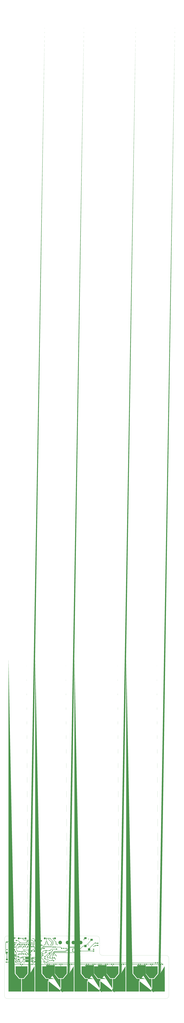
<source format=gbr>
%TF.GenerationSoftware,KiCad,Pcbnew,(6.0.7)*%
%TF.CreationDate,2023-07-28T14:32:25-04:00*%
%TF.ProjectId,Stylophone,5374796c-6f70-4686-9f6e-652e6b696361,rev?*%
%TF.SameCoordinates,Original*%
%TF.FileFunction,Copper,L1,Top*%
%TF.FilePolarity,Positive*%
%FSLAX46Y46*%
G04 Gerber Fmt 4.6, Leading zero omitted, Abs format (unit mm)*
G04 Created by KiCad (PCBNEW (6.0.7)) date 2023-07-28 14:32:25*
%MOMM*%
%LPD*%
G01*
G04 APERTURE LIST*
G04 Aperture macros list*
%AMRoundRect*
0 Rectangle with rounded corners*
0 $1 Rounding radius*
0 $2 $3 $4 $5 $6 $7 $8 $9 X,Y pos of 4 corners*
0 Add a 4 corners polygon primitive as box body*
4,1,4,$2,$3,$4,$5,$6,$7,$8,$9,$2,$3,0*
0 Add four circle primitives for the rounded corners*
1,1,$1+$1,$2,$3*
1,1,$1+$1,$4,$5*
1,1,$1+$1,$6,$7*
1,1,$1+$1,$8,$9*
0 Add four rect primitives between the rounded corners*
20,1,$1+$1,$2,$3,$4,$5,0*
20,1,$1+$1,$4,$5,$6,$7,0*
20,1,$1+$1,$6,$7,$8,$9,0*
20,1,$1+$1,$8,$9,$2,$3,0*%
%AMFreePoly0*
4,1,45,2.512662,7.087767,2.516726,7.088432,2.520033,7.086467,2.530782,7.084572,2.549099,7.069202,2.569656,7.056991,7.069656,1.556992,7.084947,1.529730,7.084757,1.514405,7.090000,1.500000,7.090000,-7.000000,7.087939,-7.011690,7.088633,-7.015628,7.086634,-7.019091,7.084572,-7.030782,7.069543,-7.048693,7.057851,-7.068944,7.050220,-7.071722,7.045000,-7.077942,7.021973,-7.082003,
7.000000,-7.090000,-7.000000,-7.090000,-7.011690,-7.087939,-7.015628,-7.088633,-7.019091,-7.086634,-7.030782,-7.084572,-7.048693,-7.069543,-7.068944,-7.057851,-7.071722,-7.050220,-7.077942,-7.045000,-7.082003,-7.021973,-7.090000,-7.000000,-7.090000,1.500000,-7.084572,1.530782,-7.074719,1.542524,-7.069656,1.556991,-2.569656,7.056991,-2.559911,7.065376,-2.557851,7.068944,-2.554235,7.070260,
-2.545963,7.077378,-2.522471,7.081821,-2.500000,7.090000,2.500000,7.090000,2.512662,7.087767,2.512662,7.087767,$1*%
%AMFreePoly1*
4,1,58,7.511690,15.087939,7.515628,15.088633,7.519091,15.086634,7.530782,15.084572,7.548693,15.069543,7.568944,15.057851,7.571722,15.050220,7.577942,15.045000,7.582003,15.021973,7.590000,15.000000,7.590000,-15.000000,7.587939,-15.011690,7.588633,-15.015628,7.586634,-15.019091,7.584572,-15.030782,7.569543,-15.048693,7.557851,-15.068944,7.550220,-15.071722,7.545000,-15.077942,7.521973,-15.082003,
7.500000,-15.090000,-7.500000,-15.090000,-7.511690,-15.087939,-7.515628,-15.088633,-7.519091,-15.086634,-7.530782,-15.084572,-7.548693,-15.069543,-7.568944,-15.057851,-7.571722,-15.050220,-7.577942,-15.045000,-7.582003,-15.021973,-7.590000,-15.000000,-7.590000,0.000000,-7.587939,0.011690,-7.588633,0.015628,-7.586634,0.019091,-7.584572,0.030782,-7.569543,0.048693,-7.557851,0.068944,-7.550220,0.071722,
-7.545000,0.077942,-7.521973,0.082003,-7.500000,0.090000,-5.042154,0.090000,-0.090000,6.032585,-0.090000,15.000000,-0.087939,15.011690,-0.088633,15.015628,-0.086634,15.019091,-0.084572,15.030782,-0.069543,15.048693,-0.057851,15.068944,-0.050220,15.071722,-0.045000,15.077942,-0.021973,15.082003,0.000000,15.090000,7.500000,15.090000,7.511690,15.087939,7.511690,15.087939,$1*%
%AMFreePoly2*
4,1,59,0.015347,6.087033,0.020445,6.087647,0.042347,6.073353,0.065682,6.061530,0.067700,6.056807,0.072000,6.054000,4.545000,0.090000,7.000000,0.090000,7.011690,0.087939,7.015628,0.088633,7.019091,0.086634,7.030782,0.084572,7.048693,0.069543,7.068944,0.057851,7.071722,0.050220,7.077942,0.045000,7.082003,0.021973,7.090000,0.000000,7.090000,-15.000000,7.087939,-15.011690,
7.088633,-15.015628,7.086634,-15.019091,7.084572,-15.030782,7.069543,-15.048693,7.057851,-15.068944,7.050220,-15.071722,7.045000,-15.077942,7.021973,-15.082003,7.000000,-15.090000,-7.000000,-15.090000,-7.011690,-15.087939,-7.015628,-15.088633,-7.019091,-15.086634,-7.030782,-15.084572,-7.048693,-15.069543,-7.068944,-15.057851,-7.071722,-15.050220,-7.077942,-15.045000,-7.082003,-15.021973,-7.090000,-15.000000,
-7.090000,0.000000,-7.087939,0.011690,-7.088633,0.015628,-7.086634,0.019091,-7.084572,0.030782,-7.069543,0.048693,-7.057851,0.068944,-7.050220,0.071722,-7.045000,0.077942,-7.021973,0.082003,-7.000000,0.090000,-4.545000,0.090000,-0.072000,6.054000,-0.049188,6.075369,-0.044188,6.076535,-0.040677,6.080283,-0.014710,6.083411,0.010765,6.089354,0.015347,6.087033,0.015347,6.087033,
$1*%
%AMFreePoly3*
4,1,58,0.011690,15.087939,0.015628,15.088633,0.019091,15.086634,0.030782,15.084572,0.048693,15.069543,0.068944,15.057851,0.071722,15.050220,0.077942,15.045000,0.082003,15.021973,0.090000,15.000000,0.090000,6.032585,5.042153,0.090000,7.500000,0.090000,7.511690,0.087939,7.515628,0.088633,7.519091,0.086634,7.530782,0.084572,7.548693,0.069543,7.568944,0.057851,7.571722,0.050220,
7.577942,0.045000,7.582003,0.021973,7.590000,0.000000,7.590000,-15.000000,7.587939,-15.011690,7.588633,-15.015628,7.586634,-15.019091,7.584572,-15.030782,7.569543,-15.048693,7.557851,-15.068944,7.550220,-15.071722,7.545000,-15.077942,7.521973,-15.082003,7.500000,-15.090000,-7.500000,-15.090000,-7.511690,-15.087939,-7.515628,-15.088633,-7.519091,-15.086634,-7.530782,-15.084572,-7.548693,-15.069543,
-7.568944,-15.057851,-7.571722,-15.050220,-7.577942,-15.045000,-7.582003,-15.021973,-7.590000,-15.000000,-7.590000,15.000000,-7.587939,15.011690,-7.588633,15.015628,-7.586634,15.019091,-7.584572,15.030782,-7.569543,15.048693,-7.557851,15.068944,-7.550220,15.071722,-7.545000,15.077942,-7.521973,15.082003,-7.500000,15.090000,0.000000,15.090000,0.011690,15.087939,0.011690,15.087939,$1*%
%AMFreePoly4*
4,1,6,1.000000,0.000000,0.500000,-0.750000,-0.500000,-0.750000,-0.500000,0.750000,0.500000,0.750000,1.000000,0.000000,1.000000,0.000000,$1*%
%AMFreePoly5*
4,1,6,0.500000,-0.750000,-0.650000,-0.750000,-0.150000,0.000000,-0.650000,0.750000,0.500000,0.750000,0.500000,-0.750000,0.500000,-0.750000,$1*%
G04 Aperture macros list end*
%TA.AperFunction,Profile*%
%ADD10C,0.100000*%
%TD*%
%TA.AperFunction,SMDPad,CuDef*%
%ADD11RoundRect,0.250000X0.350000X0.450000X-0.350000X0.450000X-0.350000X-0.450000X0.350000X-0.450000X0*%
%TD*%
%TA.AperFunction,SMDPad,CuDef*%
%ADD12RoundRect,0.250000X0.750000X-0.250000X0.750000X0.250000X-0.750000X0.250000X-0.750000X-0.250000X0*%
%TD*%
%TA.AperFunction,SMDPad,CuDef*%
%ADD13FreePoly0,180.000000*%
%TD*%
%TA.AperFunction,SMDPad,CuDef*%
%ADD14FreePoly1,0.000000*%
%TD*%
%TA.AperFunction,SMDPad,CuDef*%
%ADD15RoundRect,0.250000X0.450000X-0.350000X0.450000X0.350000X-0.450000X0.350000X-0.450000X-0.350000X0*%
%TD*%
%TA.AperFunction,ComponentPad*%
%ADD16C,2.250000*%
%TD*%
%TA.AperFunction,ComponentPad*%
%ADD17C,1.300000*%
%TD*%
%TA.AperFunction,SMDPad,CuDef*%
%ADD18C,1.500000*%
%TD*%
%TA.AperFunction,SMDPad,CuDef*%
%ADD19RoundRect,0.250000X-0.350000X-0.450000X0.350000X-0.450000X0.350000X0.450000X-0.350000X0.450000X0*%
%TD*%
%TA.AperFunction,SMDPad,CuDef*%
%ADD20RoundRect,0.250000X-0.412500X-0.650000X0.412500X-0.650000X0.412500X0.650000X-0.412500X0.650000X0*%
%TD*%
%TA.AperFunction,SMDPad,CuDef*%
%ADD21RoundRect,0.150000X0.150000X-0.587500X0.150000X0.587500X-0.150000X0.587500X-0.150000X-0.587500X0*%
%TD*%
%TA.AperFunction,SMDPad,CuDef*%
%ADD22RoundRect,0.237500X0.237500X-0.287500X0.237500X0.287500X-0.237500X0.287500X-0.237500X-0.287500X0*%
%TD*%
%TA.AperFunction,SMDPad,CuDef*%
%ADD23RoundRect,0.250000X0.250000X0.750000X-0.250000X0.750000X-0.250000X-0.750000X0.250000X-0.750000X0*%
%TD*%
%TA.AperFunction,ComponentPad*%
%ADD24C,0.850000*%
%TD*%
%TA.AperFunction,SMDPad,CuDef*%
%ADD25R,2.800000X2.600000*%
%TD*%
%TA.AperFunction,SMDPad,CuDef*%
%ADD26R,2.800000X2.200000*%
%TD*%
%TA.AperFunction,SMDPad,CuDef*%
%ADD27R,2.800000X2.800000*%
%TD*%
%TA.AperFunction,SMDPad,CuDef*%
%ADD28RoundRect,0.237500X-0.237500X0.300000X-0.237500X-0.300000X0.237500X-0.300000X0.237500X0.300000X0*%
%TD*%
%TA.AperFunction,SMDPad,CuDef*%
%ADD29RoundRect,0.150000X-0.587500X-0.150000X0.587500X-0.150000X0.587500X0.150000X-0.587500X0.150000X0*%
%TD*%
%TA.AperFunction,SMDPad,CuDef*%
%ADD30FreePoly2,0.000000*%
%TD*%
%TA.AperFunction,SMDPad,CuDef*%
%ADD31RoundRect,0.250000X0.650000X-0.412500X0.650000X0.412500X-0.650000X0.412500X-0.650000X-0.412500X0*%
%TD*%
%TA.AperFunction,ComponentPad*%
%ADD32C,1.500000*%
%TD*%
%TA.AperFunction,ComponentPad*%
%ADD33C,4.260000*%
%TD*%
%TA.AperFunction,SMDPad,CuDef*%
%ADD34RoundRect,0.250000X-0.650000X0.412500X-0.650000X-0.412500X0.650000X-0.412500X0.650000X0.412500X0*%
%TD*%
%TA.AperFunction,SMDPad,CuDef*%
%ADD35R,0.900000X1.200000*%
%TD*%
%TA.AperFunction,SMDPad,CuDef*%
%ADD36RoundRect,0.250000X-0.337500X-0.475000X0.337500X-0.475000X0.337500X0.475000X-0.337500X0.475000X0*%
%TD*%
%TA.AperFunction,SMDPad,CuDef*%
%ADD37R,0.650000X2.000000*%
%TD*%
%TA.AperFunction,SMDPad,CuDef*%
%ADD38RoundRect,0.237500X-0.300000X-0.237500X0.300000X-0.237500X0.300000X0.237500X-0.300000X0.237500X0*%
%TD*%
%TA.AperFunction,SMDPad,CuDef*%
%ADD39FreePoly3,0.000000*%
%TD*%
%TA.AperFunction,ComponentPad*%
%ADD40R,1.500000X1.500000*%
%TD*%
%TA.AperFunction,ComponentPad*%
%ADD41R,1.500000X1.050000*%
%TD*%
%TA.AperFunction,ComponentPad*%
%ADD42O,1.500000X1.050000*%
%TD*%
%TA.AperFunction,SMDPad,CuDef*%
%ADD43R,5.100000X2.400000*%
%TD*%
%TA.AperFunction,SMDPad,CuDef*%
%ADD44RoundRect,0.250000X-1.500000X-0.550000X1.500000X-0.550000X1.500000X0.550000X-1.500000X0.550000X0*%
%TD*%
%TA.AperFunction,SMDPad,CuDef*%
%ADD45R,1.200000X0.900000*%
%TD*%
%TA.AperFunction,ComponentPad*%
%ADD46RoundRect,0.250000X0.625000X-0.350000X0.625000X0.350000X-0.625000X0.350000X-0.625000X-0.350000X0*%
%TD*%
%TA.AperFunction,ComponentPad*%
%ADD47O,1.750000X1.200000*%
%TD*%
%TA.AperFunction,SMDPad,CuDef*%
%ADD48RoundRect,0.250000X-0.450000X0.350000X-0.450000X-0.350000X0.450000X-0.350000X0.450000X0.350000X0*%
%TD*%
%TA.AperFunction,SMDPad,CuDef*%
%ADD49RoundRect,0.237500X-0.237500X0.287500X-0.237500X-0.287500X0.237500X-0.287500X0.237500X0.287500X0*%
%TD*%
%TA.AperFunction,SMDPad,CuDef*%
%ADD50RoundRect,0.250000X-0.750000X0.250000X-0.750000X-0.250000X0.750000X-0.250000X0.750000X0.250000X0*%
%TD*%
%TA.AperFunction,SMDPad,CuDef*%
%ADD51RoundRect,0.237500X0.237500X-0.300000X0.237500X0.300000X-0.237500X0.300000X-0.237500X-0.300000X0*%
%TD*%
%TA.AperFunction,SMDPad,CuDef*%
%ADD52FreePoly4,270.000000*%
%TD*%
%TA.AperFunction,SMDPad,CuDef*%
%ADD53FreePoly5,270.000000*%
%TD*%
%TA.AperFunction,SMDPad,CuDef*%
%ADD54RoundRect,0.070000X-0.530000X0.280000X-0.530000X-0.280000X0.530000X-0.280000X0.530000X0.280000X0*%
%TD*%
%TA.AperFunction,SMDPad,CuDef*%
%ADD55RoundRect,0.076000X-0.524000X0.304000X-0.524000X-0.304000X0.524000X-0.304000X0.524000X0.304000X0*%
%TD*%
%TA.AperFunction,SMDPad,CuDef*%
%ADD56RoundRect,0.080000X-0.520000X0.320000X-0.520000X-0.320000X0.520000X-0.320000X0.520000X0.320000X0*%
%TD*%
%TA.AperFunction,ComponentPad*%
%ADD57O,1.700000X1.100000*%
%TD*%
%TA.AperFunction,ViaPad*%
%ADD58C,0.800000*%
%TD*%
%TA.AperFunction,Conductor*%
%ADD59C,0.400000*%
%TD*%
%TA.AperFunction,Conductor*%
%ADD60C,0.250000*%
%TD*%
G04 APERTURE END LIST*
D10*
X26000000Y-85500000D02*
X132974874Y-85500000D01*
X26000000Y-85500000D02*
G75*
G03*
X22500000Y-89000000I0J-3500000D01*
G01*
X216000000Y-160480000D02*
X26000000Y-160500000D01*
X216000000Y-108720000D02*
X139974874Y-108740000D01*
X216000000Y-160480000D02*
G75*
G03*
X219500000Y-156980000I0J3500000D01*
G01*
X136474900Y-105240000D02*
G75*
G03*
X139974874Y-108740000I3500000J0D01*
G01*
X22500000Y-157000000D02*
G75*
G03*
X26000000Y-160500000I3500000J0D01*
G01*
X136474874Y-89000000D02*
X136474874Y-105240000D01*
X219500000Y-112220000D02*
G75*
G03*
X216000000Y-108720000I-3500000J0D01*
G01*
X22500000Y-89000000D02*
X22500000Y-157000000D01*
X136474900Y-89000000D02*
G75*
G03*
X132974874Y-85500000I-3500000J0D01*
G01*
X219500000Y-156980000D02*
X219500000Y-112220000D01*
D11*
%TO.P,RPD1,2*%
%TO.N,GND*%
X34000000Y-116500000D03*
%TO.P,RPD1,1*%
%TO.N,VDD*%
X36000000Y-116500000D03*
%TD*%
D12*
%TO.P,J25,1,Pin_1*%
%TO.N,Net-(DFB1-Pad1)*%
X134124874Y-94250000D03*
%TD*%
D13*
%TO.P,J9,1,Pin_1*%
%TO.N,Net-(J9-Pad1)*%
X75000000Y-129000000D03*
%TD*%
D14*
%TO.P,J12,1,Pin_1*%
%TO.N,Net-(J12-Pad1)*%
X98000000Y-137000000D03*
%TD*%
D15*
%TO.P,RP1,1*%
%TO.N,+5V*%
X68500000Y-108750000D03*
%TO.P,RP1,2*%
%TO.N,VIB_SIG*%
X68500000Y-106750000D03*
%TD*%
D16*
%TO.P,SW2,5*%
%TO.N,N/C*%
X39650000Y-88396360D03*
%TO.P,SW2,4*%
X47850000Y-88396360D03*
D17*
%TO.P,SW2,3,C*%
%TO.N,GND*%
X41750000Y-88396360D03*
%TO.P,SW2,2,B*%
%TO.N,Net-(COS3-Pad2)*%
X43750000Y-88396360D03*
%TO.P,SW2,1,A*%
%TO.N,unconnected-(SW2-Pad1)*%
X45750000Y-88396360D03*
%TD*%
D18*
%TO.P,TPOS2,1,1*%
%TO.N,Net-(CMX1-Pad1)*%
X60000000Y-96500000D03*
%TD*%
D11*
%TO.P,RL2,1*%
%TO.N,Net-(RL1-Pad2)*%
X212000000Y-119500000D03*
%TO.P,RL2,2*%
%TO.N,Net-(J15-Pad1)*%
X210000000Y-119500000D03*
%TD*%
%TO.P,RL3,1*%
%TO.N,Net-(J15-Pad1)*%
X199845000Y-119500000D03*
%TO.P,RL3,2*%
%TO.N,Net-(J16-Pad1)*%
X197845000Y-119500000D03*
%TD*%
D19*
%TO.P,RL1,1*%
%TO.N,RESISTOR_MODULE*%
X203750000Y-117750000D03*
%TO.P,RL1,2*%
%TO.N,Net-(RL1-Pad2)*%
X205750000Y-117750000D03*
%TD*%
D20*
%TO.P,CMX1,1*%
%TO.N,Net-(CMX1-Pad1)*%
X55157500Y-103550000D03*
%TO.P,CMX1,2*%
%TO.N,Net-(CMX1-Pad2)*%
X58282500Y-103550000D03*
%TD*%
D19*
%TO.P,RL18,1*%
%TO.N,Net-(J8-Pad1)*%
X62500000Y-119500000D03*
%TO.P,RL18,2*%
%TO.N,Net-(J9-Pad1)*%
X64500000Y-119500000D03*
%TD*%
D21*
%TO.P,Q4,1,B*%
%TO.N,Net-(COS3-Pad2)*%
X54550000Y-95737500D03*
%TO.P,Q4,2,E*%
%TO.N,Net-(Q4-Pad2)*%
X56450000Y-95737500D03*
%TO.P,Q4,3,C*%
%TO.N,Net-(COS1-Pad1)*%
X55500000Y-93862500D03*
%TD*%
D11*
%TO.P,RL10,1*%
%TO.N,Net-(J22-Pad1)*%
X138000000Y-119500000D03*
%TO.P,RL10,2*%
%TO.N,Net-(J23-Pad1)*%
X136000000Y-119500000D03*
%TD*%
D22*
%TO.P,LED2,1,K*%
%TO.N,GND*%
X31750000Y-106415000D03*
%TO.P,LED2,2,A*%
%TO.N,Net-(LED2-Pad2)*%
X31750000Y-104665000D03*
%TD*%
D14*
%TO.P,J20,1,Pin_1*%
%TO.N,Net-(J20-Pad1)*%
X160000000Y-137000000D03*
%TD*%
D23*
%TO.P,J3,1,Pin_1*%
%TO.N,GND*%
X34270000Y-88000000D03*
%TD*%
D21*
%TO.P,Q3,1,G*%
%TO.N,Net-(Q3-Pad1)*%
X81300000Y-108187500D03*
%TO.P,Q3,2,S*%
%TO.N,+5V*%
X83200000Y-108187500D03*
%TO.P,Q3,3,D*%
%TO.N,Net-(J28-Pad2)*%
X82250000Y-106312500D03*
%TD*%
D19*
%TO.P,RL12,1*%
%TO.N,Net-(J14-Pad1)*%
X121095000Y-119500000D03*
%TO.P,RL12,2*%
%TO.N,Net-(J24-Pad1)*%
X123095000Y-119500000D03*
%TD*%
D11*
%TO.P,RL5,1*%
%TO.N,Net-(J17-Pad1)*%
X185250000Y-119500000D03*
%TO.P,RL5,2*%
%TO.N,Net-(J18-Pad1)*%
X183250000Y-119500000D03*
%TD*%
D19*
%TO.P,RPG1,1*%
%TO.N,Net-(RPG1-Pad1)*%
X38000000Y-115750000D03*
%TO.P,RPG1,2*%
%TO.N,GND*%
X40000000Y-115750000D03*
%TD*%
D21*
%TO.P,Q5,1,B*%
%TO.N,Net-(COS5-Pad2)*%
X44800000Y-104237500D03*
%TO.P,Q5,2,E*%
%TO.N,Net-(Q5-Pad2)*%
X46700000Y-104237500D03*
%TO.P,Q5,3,C*%
%TO.N,Net-(CMX1-Pad1)*%
X45750000Y-102362500D03*
%TD*%
D19*
%TO.P,RL14,1*%
%TO.N,Net-(J12-Pad1)*%
X101000000Y-119500000D03*
%TO.P,RL14,2*%
%TO.N,Net-(J13-Pad1)*%
X103000000Y-119500000D03*
%TD*%
D18*
%TO.P,TPCAP1,1,1*%
%TO.N,RESISTOR_MODULE*%
X66750000Y-96500000D03*
%TD*%
%TO.P,TPVO3,1,1*%
%TO.N,Net-(Q3-Pad1)*%
X100000000Y-103000000D03*
%TD*%
D24*
%TO.P,J28,MH2*%
%TO.N,N/C*%
X123250000Y-96250000D03*
%TO.P,J28,MH1*%
X123250000Y-89250000D03*
D25*
%TO.P,J28,10,SW*%
%TO.N,Net-(DFB1-Pad1)*%
X124000000Y-101550000D03*
D26*
%TO.P,J28,3*%
%TO.N,Net-(J28-Pad2)*%
X126950000Y-90050000D03*
D27*
%TO.P,J28,2*%
X119550000Y-97550000D03*
D26*
%TO.P,J28,1*%
%TO.N,GND*%
X119550000Y-88150000D03*
%TD*%
D13*
%TO.P,J21,1,Pin_1*%
%TO.N,Net-(J21-Pad1)*%
X152000000Y-129000000D03*
%TD*%
%TO.P,J6,1,Pin_1*%
%TO.N,Net-(J6-Pad1)*%
X43000000Y-129000000D03*
%TD*%
D28*
%TO.P,CA1,1*%
%TO.N,Net-(CA1-Pad1)*%
X77000000Y-109887500D03*
%TO.P,CA1,2*%
%TO.N,GND*%
X77000000Y-111612500D03*
%TD*%
D14*
%TO.P,J7,1,Pin_1*%
%TO.N,Net-(J7-Pad1)*%
X51000000Y-137000000D03*
%TD*%
D11*
%TO.P,RL4,1*%
%TO.N,Net-(J16-Pad1)*%
X192750000Y-119500000D03*
%TO.P,RL4,2*%
%TO.N,Net-(J17-Pad1)*%
X190750000Y-119500000D03*
%TD*%
D15*
%TO.P,RD1,1*%
%TO.N,GND*%
X72437500Y-105000000D03*
%TO.P,RD1,2*%
%TO.N,Net-(DAT1-Pad2)*%
X72437500Y-103000000D03*
%TD*%
D19*
%TO.P,RE3,1*%
%TO.N,Net-(Q5-Pad2)*%
X50750000Y-107050000D03*
%TO.P,RE3,2*%
%TO.N,GND*%
X52750000Y-107050000D03*
%TD*%
D29*
%TO.P,Q2,1,B*%
%TO.N,Net-(Q2-Pad1)*%
X74812500Y-114050000D03*
%TO.P,Q2,2,E*%
%TO.N,GND*%
X74812500Y-115950000D03*
%TO.P,Q2,3,C*%
%TO.N,Net-(Q2-Pad3)*%
X76687500Y-115000000D03*
%TD*%
D12*
%TO.P,J26,1,Pin_1*%
%TO.N,GND*%
X134124874Y-96750000D03*
%TD*%
D11*
%TO.P,RB4,1*%
%TO.N,Net-(COS5-Pad2)*%
X42250000Y-107050000D03*
%TO.P,RB4,2*%
%TO.N,GND*%
X40250000Y-107050000D03*
%TD*%
D30*
%TO.P,J17,1,Pin_1*%
%TO.N,Net-(J17-Pad1)*%
X191500000Y-136990000D03*
%TD*%
D11*
%TO.P,RB3,1*%
%TO.N,+5V*%
X47500000Y-107050000D03*
%TO.P,RB3,2*%
%TO.N,Net-(COS5-Pad2)*%
X45500000Y-107050000D03*
%TD*%
D28*
%TO.P,CA2,1*%
%TO.N,Net-(CA2-Pad1)*%
X74000000Y-109887500D03*
%TO.P,CA2,2*%
%TO.N,GND*%
X74000000Y-111612500D03*
%TD*%
D31*
%TO.P,CC4,1*%
%TO.N,Net-(CC4-Pad1)*%
X63400000Y-115062500D03*
%TO.P,CC4,2*%
%TO.N,GND*%
X63400000Y-111937500D03*
%TD*%
D11*
%TO.P,ROS1,1*%
%TO.N,Net-(COS1-Pad2)*%
X42300000Y-98330000D03*
%TO.P,ROS1,2*%
%TO.N,GND*%
X40300000Y-98330000D03*
%TD*%
D32*
%TO.P,VR1,1,CCW*%
%TO.N,Net-(RP2-Pad2)*%
X91250000Y-100375000D03*
%TO.P,VR1,2,WIPER*%
%TO.N,GND*%
X93750000Y-100375000D03*
%TO.P,VR1,3,CW*%
%TO.N,unconnected-(VR1-Pad3)*%
X96250000Y-100375000D03*
D33*
%TO.P,VR1,MH1,MH1*%
%TO.N,unconnected-(VR1-PadMH1)*%
X89350000Y-93375000D03*
%TO.P,VR1,MH2,MH2*%
%TO.N,unconnected-(VR1-PadMH2)*%
X98150000Y-93375000D03*
%TD*%
D34*
%TO.P,CC3,1*%
%TO.N,Net-(CC3-Pad1)*%
X39250000Y-110437500D03*
%TO.P,CC3,2*%
%TO.N,GND*%
X39250000Y-113562500D03*
%TD*%
D35*
%TO.P,DAT1,1,K*%
%TO.N,Net-(CA1-Pad1)*%
X80250000Y-103000000D03*
%TO.P,DAT1,2,A*%
%TO.N,Net-(DAT1-Pad2)*%
X76950000Y-103000000D03*
%TD*%
D28*
%TO.P,CMB1,1*%
%TO.N,Net-(CMB1-Pad1)*%
X79500000Y-93137500D03*
%TO.P,CMB1,2*%
%TO.N,GND*%
X79500000Y-94862500D03*
%TD*%
D30*
%TO.P,J24,1,Pin_1*%
%TO.N,Net-(J24-Pad1)*%
X129500000Y-137000000D03*
%TD*%
%TO.P,J22,1,Pin_1*%
%TO.N,Net-(J22-Pad1)*%
X144500000Y-137000000D03*
%TD*%
D11*
%TO.P,RL6,1*%
%TO.N,Net-(J18-Pad1)*%
X173500000Y-119500000D03*
%TO.P,RL6,2*%
%TO.N,Net-(J19-Pad1)*%
X171500000Y-119500000D03*
%TD*%
D15*
%TO.P,R1,1*%
%TO.N,Net-(J1-PadB5)*%
X35000000Y-95750000D03*
%TO.P,R1,2*%
%TO.N,GND*%
X35000000Y-93750000D03*
%TD*%
D11*
%TO.P,RL8,1*%
%TO.N,Net-(J20-Pad1)*%
X153095000Y-119500000D03*
%TO.P,RL8,2*%
%TO.N,Net-(J21-Pad1)*%
X151095000Y-119500000D03*
%TD*%
D13*
%TO.P,J16,1,Pin_1*%
%TO.N,Net-(J16-Pad1)*%
X199000000Y-129000000D03*
%TD*%
D36*
%TO.P,COS1,1*%
%TO.N,Net-(COS1-Pad1)*%
X38490693Y-95799856D03*
%TO.P,COS1,2*%
%TO.N,Net-(COS1-Pad2)*%
X40565693Y-95799856D03*
%TD*%
D37*
%TO.P,U1,1,STAT*%
%TO.N,Net-(RBS1-Pad2)*%
X36700000Y-108790000D03*
%TO.P,U1,2,VSS*%
%TO.N,GND*%
X35750000Y-108790000D03*
%TO.P,U1,3,VBAT*%
%TO.N,Net-(CC3-Pad1)*%
X34800000Y-108790000D03*
%TO.P,U1,4,VDD*%
%TO.N,VDD*%
X34800000Y-112210000D03*
%TO.P,U1,5,PROG*%
%TO.N,Net-(RPG1-Pad1)*%
X36700000Y-112210000D03*
%TD*%
D18*
%TO.P,TPVO1,1,1*%
%TO.N,Net-(DAT1-Pad2)*%
X85000000Y-101250000D03*
%TD*%
D28*
%TO.P,CC1,1*%
%TO.N,VDD*%
X32500000Y-112250000D03*
%TO.P,CC1,2*%
%TO.N,GND*%
X32500000Y-113975000D03*
%TD*%
D30*
%TO.P,J10,1,Pin_1*%
%TO.N,Net-(J10-Pad1)*%
X82500000Y-137000000D03*
%TD*%
D18*
%TO.P,TPVO2,1,1*%
%TO.N,Net-(Q2-Pad3)*%
X81500000Y-115250000D03*
%TD*%
D38*
%TO.P,COS5,1*%
%TO.N,Net-(COS1-Pad1)*%
X38665693Y-104050000D03*
%TO.P,COS5,2*%
%TO.N,Net-(COS5-Pad2)*%
X40390693Y-104050000D03*
%TD*%
D19*
%TO.P,RL15,1*%
%TO.N,Net-(J11-Pad1)*%
X89250000Y-119500000D03*
%TO.P,RL15,2*%
%TO.N,Net-(J12-Pad1)*%
X91250000Y-119500000D03*
%TD*%
D39*
%TO.P,J19,1,Pin_1*%
%TO.N,Net-(J19-Pad1)*%
X176000000Y-137000000D03*
%TD*%
D21*
%TO.P,Q6,1,G*%
%TO.N,VDD*%
X44050000Y-115737500D03*
%TO.P,Q6,2,S*%
%TO.N,GND*%
X45950000Y-115737500D03*
%TO.P,Q6,3,D*%
%TO.N,Net-(Q6-Pad3)*%
X45000000Y-113862500D03*
%TD*%
D19*
%TO.P,RBS1,1*%
%TO.N,Net-(LED2-Pad2)*%
X32500000Y-102000000D03*
%TO.P,RBS1,2*%
%TO.N,Net-(RBS1-Pad2)*%
X34500000Y-102000000D03*
%TD*%
D13*
%TO.P,J14,1,Pin_1*%
%TO.N,Net-(J14-Pad1)*%
X122000000Y-129000000D03*
%TD*%
D16*
%TO.P,SW1,5*%
%TO.N,N/C*%
X25500000Y-113600000D03*
%TO.P,SW1,4*%
X25500000Y-105400000D03*
D17*
%TO.P,SW1,3,C*%
%TO.N,unconnected-(SW1-Pad3)*%
X25500000Y-111500000D03*
%TO.P,SW1,2,B*%
%TO.N,Net-(D1-Pad2)*%
X25500000Y-109500000D03*
%TO.P,SW1,1,A*%
%TO.N,Net-(CC4-Pad1)*%
X25500000Y-107500000D03*
%TD*%
D19*
%TO.P,RMX1,1*%
%TO.N,Net-(CMX1-Pad2)*%
X60500000Y-103550000D03*
%TO.P,RMX1,2*%
%TO.N,VIB_SIG*%
X62500000Y-103550000D03*
%TD*%
D40*
%TO.P,VR2,1,CCW*%
%TO.N,Net-(RFD1-Pad2)*%
X107000000Y-100375000D03*
D32*
%TO.P,VR2,2,WIPER*%
%TO.N,Net-(Q3-Pad1)*%
X109500000Y-100375000D03*
%TO.P,VR2,3,CW*%
%TO.N,Net-(Q2-Pad3)*%
X112000000Y-100375000D03*
D33*
%TO.P,VR2,MH1,MH1*%
%TO.N,unconnected-(VR2-PadMH1)*%
X105100000Y-93375000D03*
%TO.P,VR2,MH2,MH2*%
%TO.N,unconnected-(VR2-PadMH2)*%
X113900000Y-93375000D03*
%TD*%
D18*
%TO.P,TPVBUS1,1,1*%
%TO.N,VDD*%
X35250000Y-98750000D03*
%TD*%
D19*
%TO.P,RL17,1*%
%TO.N,Net-(J9-Pad1)*%
X74000000Y-119500000D03*
%TO.P,RL17,2*%
%TO.N,Net-(J10-Pad1)*%
X76000000Y-119500000D03*
%TD*%
D41*
%TO.P,Q1,1,Anode*%
%TO.N,RESISTOR_MODULE*%
X64570000Y-109520000D03*
D42*
%TO.P,Q1,2,Gate*%
%TO.N,VIB_SIG*%
X64570000Y-108250000D03*
%TO.P,Q1,3,Cathode*%
%TO.N,Net-(DAT1-Pad2)*%
X64570000Y-106980000D03*
%TD*%
D19*
%TO.P,RL19,1*%
%TO.N,Net-(J7-Pad1)*%
X53500000Y-119500000D03*
%TO.P,RL19,2*%
%TO.N,Net-(J8-Pad1)*%
X55500000Y-119500000D03*
%TD*%
D18*
%TO.P,TPOS1,1,1*%
%TO.N,Net-(COS1-Pad1)*%
X36750000Y-91000000D03*
%TD*%
D14*
%TO.P,J15,1,Pin_1*%
%TO.N,Net-(J15-Pad1)*%
X207000000Y-137000000D03*
%TD*%
D43*
%TO.P,LBST1,1,1*%
%TO.N,Net-(CC3-Pad1)*%
X50000000Y-111975000D03*
%TO.P,LBST1,2,2*%
%TO.N,Net-(LBST1-Pad2)*%
X50000000Y-115525000D03*
%TD*%
D19*
%TO.P,RBS2,1*%
%TO.N,Net-(LED1-Pad1)*%
X33750000Y-104250000D03*
%TO.P,RBS2,2*%
%TO.N,Net-(RBS1-Pad2)*%
X35750000Y-104250000D03*
%TD*%
D11*
%TO.P,ROS2,1*%
%TO.N,Net-(COS2-Pad2)*%
X47380000Y-98330000D03*
%TO.P,ROS2,2*%
%TO.N,GND*%
X45380000Y-98330000D03*
%TD*%
D44*
%TO.P,COS4,1*%
%TO.N,Net-(COS4-Pad1)*%
X60300000Y-91300000D03*
%TO.P,COS4,2*%
%TO.N,GND*%
X65700000Y-91300000D03*
%TD*%
D11*
%TO.P,RFB2,1*%
%TO.N,Net-(RFB1-Pad2)*%
X60800000Y-116200000D03*
%TO.P,RFB2,2*%
%TO.N,GND*%
X58800000Y-116200000D03*
%TD*%
D16*
%TO.P,SW3,MH2*%
%TO.N,N/C*%
X70900000Y-88396360D03*
%TO.P,SW3,MH1*%
X83100000Y-88396360D03*
D17*
%TO.P,SW3,4,4*%
%TO.N,Net-(CLB1-Pad2)*%
X73000000Y-88396360D03*
%TO.P,SW3,3,3*%
%TO.N,Net-(CMB1-Pad1)*%
X75000000Y-88396360D03*
%TO.P,SW3,2,2*%
%TO.N,RESISTOR_MODULE*%
X77000000Y-88396360D03*
%TO.P,SW3,1,1*%
%TO.N,Net-(CHB1-Pad1)*%
X81000000Y-88396360D03*
%TD*%
D34*
%TO.P,CC2,1*%
%TO.N,VDD*%
X29500000Y-111687500D03*
%TO.P,CC2,2*%
%TO.N,GND*%
X29500000Y-114812500D03*
%TD*%
D15*
%TO.P,RFD1,1*%
%TO.N,+5V*%
X104250000Y-103500000D03*
%TO.P,RFD1,2*%
%TO.N,Net-(RFD1-Pad2)*%
X104250000Y-101500000D03*
%TD*%
D45*
%TO.P,DFB1,1,K*%
%TO.N,Net-(DFB1-Pad1)*%
X131624874Y-93850000D03*
%TO.P,DFB1,2,A*%
%TO.N,GND*%
X131624874Y-97150000D03*
%TD*%
D18*
%TO.P,TPVBAT1,1,1*%
%TO.N,Net-(CC3-Pad1)*%
X113250000Y-103500000D03*
%TD*%
D39*
%TO.P,J13,1,Pin_1*%
%TO.N,Net-(J13-Pad1)*%
X114000000Y-137000000D03*
%TD*%
D36*
%TO.P,COS3,1*%
%TO.N,Net-(COS2-Pad2)*%
X48962500Y-95790000D03*
%TO.P,COS3,2*%
%TO.N,Net-(COS3-Pad2)*%
X51037500Y-95790000D03*
%TD*%
D19*
%TO.P,RPU1,1*%
%TO.N,Net-(CC3-Pad1)*%
X42600000Y-111600000D03*
%TO.P,RPU1,2*%
%TO.N,Net-(Q6-Pad3)*%
X44600000Y-111600000D03*
%TD*%
D11*
%TO.P,RB2,1*%
%TO.N,Net-(COS3-Pad2)*%
X52460000Y-98330000D03*
%TO.P,RB2,2*%
%TO.N,GND*%
X50460000Y-98330000D03*
%TD*%
D15*
%TO.P,RC2,1*%
%TO.N,+5V*%
X51750000Y-104550000D03*
%TO.P,RC2,2*%
%TO.N,Net-(CMX1-Pad1)*%
X51750000Y-102550000D03*
%TD*%
D46*
%TO.P,J27,1,Pin_1*%
%TO.N,Net-(CC3-Pad1)*%
X129274874Y-103500000D03*
D47*
%TO.P,J27,2,Pin_2*%
%TO.N,GND*%
X129274874Y-101500000D03*
%TD*%
D19*
%TO.P,RL16,1*%
%TO.N,Net-(J10-Pad1)*%
X82000000Y-119500000D03*
%TO.P,RL16,2*%
%TO.N,Net-(J11-Pad1)*%
X84000000Y-119500000D03*
%TD*%
D39*
%TO.P,J5,1,Pin_1*%
%TO.N,Net-(J5-Pad1)*%
X35000000Y-137000000D03*
%TD*%
D28*
%TO.P,CLB2,1*%
%TO.N,Net-(CLB1-Pad2)*%
X74000000Y-93137500D03*
%TO.P,CLB2,2*%
%TO.N,GND*%
X74000000Y-94862500D03*
%TD*%
D13*
%TO.P,J23,1,Pin_1*%
%TO.N,Net-(J23-Pad1)*%
X137000000Y-129000000D03*
%TD*%
D48*
%TO.P,RFB1,1*%
%TO.N,Net-(CC4-Pad1)*%
X60000000Y-112250000D03*
%TO.P,RFB1,2*%
%TO.N,Net-(RFB1-Pad2)*%
X60000000Y-114250000D03*
%TD*%
D49*
%TO.P,LED1,1,K*%
%TO.N,Net-(LED1-Pad1)*%
X31750000Y-108375000D03*
%TO.P,LED1,2,A*%
%TO.N,VDD*%
X31750000Y-110125000D03*
%TD*%
D50*
%TO.P,J4,1,Pin_1*%
%TO.N,+5V*%
X25000000Y-116840000D03*
%TD*%
D11*
%TO.P,RB1,1*%
%TO.N,+5V*%
X57500000Y-98330000D03*
%TO.P,RB1,2*%
%TO.N,Net-(COS3-Pad2)*%
X55500000Y-98330000D03*
%TD*%
D36*
%TO.P,COS2,1*%
%TO.N,Net-(COS1-Pad2)*%
X43882500Y-95790000D03*
%TO.P,COS2,2*%
%TO.N,Net-(COS2-Pad2)*%
X45957500Y-95790000D03*
%TD*%
D11*
%TO.P,RI2,1*%
%TO.N,+5V*%
X82250000Y-111750000D03*
%TO.P,RI2,2*%
%TO.N,Net-(Q2-Pad3)*%
X80250000Y-111750000D03*
%TD*%
D19*
%TO.P,RL21,1*%
%TO.N,Net-(J5-Pad1)*%
X30000000Y-119500000D03*
%TO.P,RL21,2*%
%TO.N,Net-(J6-Pad1)*%
X32000000Y-119500000D03*
%TD*%
%TO.P,RP2,1*%
%TO.N,VIB_SIG*%
X81000000Y-98750000D03*
%TO.P,RP2,2*%
%TO.N,Net-(RP2-Pad2)*%
X83000000Y-98750000D03*
%TD*%
D35*
%TO.P,D1,1,K*%
%TO.N,+5V*%
X69650000Y-116500000D03*
%TO.P,D1,2,A*%
%TO.N,Net-(D1-Pad2)*%
X66350000Y-116500000D03*
%TD*%
D11*
%TO.P,RL7,1*%
%TO.N,Net-(J19-Pad1)*%
X165000000Y-119500000D03*
%TO.P,RL7,2*%
%TO.N,Net-(J20-Pad1)*%
X163000000Y-119500000D03*
%TD*%
D28*
%TO.P,CHB1,1*%
%TO.N,Net-(CHB1-Pad1)*%
X84250000Y-93137500D03*
%TO.P,CHB1,2*%
%TO.N,GND*%
X84250000Y-94862500D03*
%TD*%
D18*
%TO.P,TPVO4,1,1*%
%TO.N,Net-(J28-Pad2)*%
X108750000Y-105500000D03*
%TD*%
%TO.P,TPMX1,1,1*%
%TO.N,VIB_SIG*%
X70000000Y-100500000D03*
%TD*%
D13*
%TO.P,J18,1,Pin_1*%
%TO.N,Net-(J18-Pad1)*%
X184000000Y-129000000D03*
%TD*%
D18*
%TO.P,TPVCC1,1,1*%
%TO.N,Net-(CC4-Pad1)*%
X30250000Y-90250000D03*
%TD*%
D51*
%TO.P,CLB1,1*%
%TO.N,GND*%
X72000000Y-94862500D03*
%TO.P,CLB1,2*%
%TO.N,Net-(CLB1-Pad2)*%
X72000000Y-93137500D03*
%TD*%
D19*
%TO.P,RE2,1*%
%TO.N,Net-(COS4-Pad1)*%
X62250000Y-98300000D03*
%TO.P,RE2,2*%
%TO.N,GND*%
X64250000Y-98300000D03*
%TD*%
%TO.P,RC1,1*%
%TO.N,+5V*%
X50460000Y-91750000D03*
%TO.P,RC1,2*%
%TO.N,Net-(COS1-Pad1)*%
X52460000Y-91750000D03*
%TD*%
D11*
%TO.P,RL9,1*%
%TO.N,Net-(J21-Pad1)*%
X145595000Y-119500000D03*
%TO.P,RL9,2*%
%TO.N,Net-(J22-Pad1)*%
X143595000Y-119500000D03*
%TD*%
D23*
%TO.P,J2,1,Pin_1*%
%TO.N,+5V*%
X32500000Y-88000000D03*
%TD*%
D52*
%TO.P,JP1,1,A*%
%TO.N,Net-(CA1-Pad1)*%
X76750000Y-105775000D03*
D53*
%TO.P,JP1,2,B*%
%TO.N,Net-(CA2-Pad1)*%
X76750000Y-107225000D03*
%TD*%
D37*
%TO.P,U2,1,SW*%
%TO.N,Net-(LBST1-Pad2)*%
X55050000Y-115710000D03*
%TO.P,U2,2,GND*%
%TO.N,GND*%
X56000000Y-115710000D03*
%TO.P,U2,3,EN*%
%TO.N,Net-(Q6-Pad3)*%
X56950000Y-115710000D03*
%TO.P,U2,4,FB*%
%TO.N,Net-(RFB1-Pad2)*%
X56950000Y-112290000D03*
%TO.P,U2,5,Vout*%
%TO.N,Net-(CC4-Pad1)*%
X56000000Y-112290000D03*
%TO.P,U2,6,Vcc*%
%TO.N,Net-(CC3-Pad1)*%
X55050000Y-112290000D03*
%TD*%
D54*
%TO.P,J1,A5,CC1*%
%TO.N,Net-(J1-PadA5)*%
X29480000Y-97000000D03*
D55*
%TO.P,J1,A9,VBUS*%
%TO.N,VDD*%
X29480000Y-99020000D03*
D56*
%TO.P,J1,A12,GND*%
%TO.N,GND*%
X29480000Y-100250000D03*
D54*
%TO.P,J1,B5,CC2*%
%TO.N,Net-(J1-PadB5)*%
X29480000Y-98000000D03*
D55*
%TO.P,J1,B9,VBUS*%
%TO.N,VDD*%
X29480000Y-95980000D03*
D56*
%TO.P,J1,B12,GND*%
%TO.N,GND*%
X29480000Y-94750000D03*
D57*
%TO.P,J1,S1,SHIELD*%
X25600000Y-93180000D03*
X29400000Y-101820000D03*
X25600000Y-101820000D03*
X29400000Y-93180000D03*
%TD*%
D13*
%TO.P,J11,1,Pin_1*%
%TO.N,Net-(J11-Pad1)*%
X90000000Y-129000000D03*
%TD*%
D11*
%TO.P,RL11,1*%
%TO.N,Net-(J23-Pad1)*%
X130750000Y-119500000D03*
%TO.P,RL11,2*%
%TO.N,Net-(J24-Pad1)*%
X128750000Y-119500000D03*
%TD*%
D19*
%TO.P,RL13,1*%
%TO.N,Net-(J13-Pad1)*%
X109500000Y-119500000D03*
%TO.P,RL13,2*%
%TO.N,Net-(J14-Pad1)*%
X111500000Y-119500000D03*
%TD*%
D15*
%TO.P,R2,1*%
%TO.N,Net-(J1-PadA5)*%
X32750000Y-95750000D03*
%TO.P,R2,2*%
%TO.N,GND*%
X32750000Y-93750000D03*
%TD*%
D48*
%TO.P,RI1,1*%
%TO.N,Net-(CA1-Pad1)*%
X71000000Y-110500000D03*
%TO.P,RI1,2*%
%TO.N,Net-(Q2-Pad1)*%
X71000000Y-112500000D03*
%TD*%
D19*
%TO.P,RL20,1*%
%TO.N,Net-(J6-Pad1)*%
X42000000Y-119500000D03*
%TO.P,RL20,2*%
%TO.N,Net-(J7-Pad1)*%
X44000000Y-119500000D03*
%TD*%
D39*
%TO.P,J8,1,Pin_1*%
%TO.N,Net-(J8-Pad1)*%
X67000000Y-137000000D03*
%TD*%
D58*
%TO.N,GND*%
X32250000Y-116000000D03*
X38750000Y-108550000D03*
X75500000Y-96250000D03*
X70937500Y-106500000D03*
X57000000Y-118000000D03*
X70500000Y-96250000D03*
X85750000Y-96250000D03*
X36020000Y-87750000D03*
X41200000Y-114250000D03*
X66000000Y-112750000D03*
X37000000Y-93500000D03*
X73250000Y-117000000D03*
X54250000Y-108550000D03*
X44150000Y-100070000D03*
X27750000Y-115500000D03*
X77750000Y-96250000D03*
X33250000Y-108500000D03*
X49400000Y-100070000D03*
X129500000Y-98250000D03*
X29000000Y-105000000D03*
X38900000Y-100050000D03*
X117750000Y-90250000D03*
X65500000Y-100050000D03*
X46000000Y-117800000D03*
X41750000Y-116750000D03*
X78500000Y-112750000D03*
%TO.N,+5V*%
X48750000Y-92750000D03*
X106250000Y-104500000D03*
X83500000Y-113500000D03*
X58750000Y-100050000D03*
X67250000Y-110500000D03*
X84750000Y-109500000D03*
X71000000Y-118300000D03*
X54000000Y-105300000D03*
X30770000Y-87750000D03*
X49000000Y-108550000D03*
X27750000Y-117500000D03*
%TO.N,Net-(COS4-Pad1)*%
X56500000Y-88500000D03*
%TO.N,Net-(CC3-Pad1)*%
X53600000Y-110600000D03*
%TO.N,Net-(Q4-Pad2)*%
X57000000Y-93500000D03*
%TO.N,Net-(CC4-Pad1)*%
X65000000Y-115500000D03*
%TO.N,Net-(D1-Pad2)*%
X64000000Y-116500000D03*
%TD*%
D59*
%TO.N,GND*%
X32750000Y-116500000D02*
X34000000Y-116500000D01*
X32250000Y-116000000D02*
X32750000Y-116500000D01*
%TO.N,VDD*%
X44050000Y-115950000D02*
X44050000Y-115737500D01*
X42200000Y-117800000D02*
X44050000Y-115950000D01*
X37300000Y-117800000D02*
X42200000Y-117800000D01*
X36000000Y-116500000D02*
X37300000Y-117800000D01*
X36000000Y-113410000D02*
X36000000Y-116500000D01*
X34800000Y-112210000D02*
X36000000Y-113410000D01*
X34980000Y-99020000D02*
X35250000Y-98750000D01*
X29480000Y-99020000D02*
X34980000Y-99020000D01*
%TO.N,Net-(J1-PadB5)*%
X35000000Y-96500000D02*
X35000000Y-95750000D01*
%TO.N,Net-(J1-PadA5)*%
X32750000Y-96500000D02*
X32750000Y-95750000D01*
%TO.N,GND*%
X36750000Y-93750000D02*
X37000000Y-93500000D01*
X46000000Y-117800000D02*
X46000000Y-115787500D01*
X57200000Y-118000000D02*
X58800000Y-116400000D01*
X32475000Y-114000000D02*
X32500000Y-113975000D01*
X85750000Y-95750000D02*
X84862500Y-94862500D01*
X75500000Y-96250000D02*
X75500000Y-95750000D01*
X35770000Y-88000000D02*
X34270000Y-88000000D01*
X46000000Y-115787500D02*
X45950000Y-115737500D01*
X29480000Y-93260000D02*
X29400000Y-93180000D01*
X65000000Y-98300000D02*
X64250000Y-98300000D01*
X33250000Y-108500000D02*
X33250000Y-107750000D01*
X66000000Y-112750000D02*
X65462500Y-112212500D01*
X132024874Y-96750000D02*
X134124874Y-96750000D01*
X118600000Y-88150000D02*
X119550000Y-88150000D01*
X65462500Y-112212500D02*
X63400000Y-112212500D01*
X35239000Y-107250000D02*
X35750000Y-107761000D01*
X54250000Y-108550000D02*
X54250000Y-107800000D01*
X36020000Y-87750000D02*
X35770000Y-88000000D01*
X28812500Y-115500000D02*
X29500000Y-114812500D01*
X73250000Y-116500000D02*
X73800000Y-115950000D01*
X33250000Y-107750000D02*
X33750000Y-107250000D01*
X40487500Y-113537500D02*
X39250000Y-113537500D01*
X29480000Y-101740000D02*
X29400000Y-101820000D01*
X29480000Y-100250000D02*
X29480000Y-101740000D01*
X64250000Y-92750000D02*
X65700000Y-91300000D01*
X39500000Y-107050000D02*
X40250000Y-107050000D01*
X29480000Y-94750000D02*
X29480000Y-93260000D01*
X57000000Y-118000000D02*
X57200000Y-118000000D01*
X40750000Y-115750000D02*
X41750000Y-116750000D01*
X73250000Y-117000000D02*
X73250000Y-116500000D01*
X65500000Y-100050000D02*
X65500000Y-98800000D01*
X117750000Y-90250000D02*
X117750000Y-89000000D01*
X70937500Y-105625000D02*
X71562500Y-105000000D01*
X35000000Y-93750000D02*
X36750000Y-93750000D01*
X29800000Y-105800000D02*
X31135000Y-105800000D01*
X38900000Y-99150000D02*
X39720000Y-98330000D01*
X54250000Y-107800000D02*
X53500000Y-107050000D01*
X78637500Y-94862500D02*
X79500000Y-94862500D01*
X44720000Y-98330000D02*
X45380000Y-98330000D01*
X77750000Y-95750000D02*
X78637500Y-94862500D01*
X38750000Y-108550000D02*
X38750000Y-107800000D01*
X65500000Y-98800000D02*
X65000000Y-98300000D01*
X32750000Y-93750000D02*
X35000000Y-93750000D01*
X41200000Y-114250000D02*
X40487500Y-113537500D01*
X71387500Y-94862500D02*
X70500000Y-95750000D01*
X49400000Y-98900000D02*
X49400000Y-100070000D01*
X38900000Y-100050000D02*
X38900000Y-99150000D01*
X75500000Y-95750000D02*
X74612500Y-94862500D01*
X27750000Y-115500000D02*
X28812500Y-115500000D01*
X56600000Y-118000000D02*
X56000000Y-117400000D01*
X44150000Y-100070000D02*
X44150000Y-98900000D01*
X64250000Y-98300000D02*
X64250000Y-92750000D01*
X53500000Y-107050000D02*
X52750000Y-107050000D01*
X78500000Y-112000000D02*
X78112500Y-111612500D01*
X57000000Y-118000000D02*
X56600000Y-118000000D01*
X130600000Y-97150000D02*
X129500000Y-98250000D01*
X39720000Y-98330000D02*
X40300000Y-98330000D01*
X70937500Y-106500000D02*
X70937500Y-105625000D01*
X35750000Y-107761000D02*
X35750000Y-108790000D01*
X29000000Y-105000000D02*
X29800000Y-105800000D01*
X49970000Y-98330000D02*
X49400000Y-98900000D01*
X33750000Y-107250000D02*
X35239000Y-107250000D01*
X74612500Y-94862500D02*
X74000000Y-94862500D01*
X131624874Y-97150000D02*
X132024874Y-96750000D01*
X84862500Y-94862500D02*
X84250000Y-94862500D01*
X30312500Y-114000000D02*
X32475000Y-114000000D01*
X117750000Y-89000000D02*
X118600000Y-88150000D01*
X73800000Y-115950000D02*
X74812500Y-115950000D01*
X44150000Y-98900000D02*
X44720000Y-98330000D01*
X29500000Y-114812500D02*
X30312500Y-114000000D01*
X131624874Y-97150000D02*
X130600000Y-97150000D01*
X38750000Y-107800000D02*
X39500000Y-107050000D01*
X72000000Y-94862500D02*
X71387500Y-94862500D01*
X78112500Y-111612500D02*
X77000000Y-111612500D01*
X71562500Y-105000000D02*
X72437500Y-105000000D01*
X85750000Y-96250000D02*
X85750000Y-95750000D01*
X77750000Y-96250000D02*
X77750000Y-95750000D01*
X58800000Y-116400000D02*
X58800000Y-116200000D01*
X56000000Y-117400000D02*
X56000000Y-115710000D01*
X74000000Y-111612500D02*
X77000000Y-111612500D01*
X78500000Y-112750000D02*
X78500000Y-112000000D01*
X50460000Y-98330000D02*
X49970000Y-98330000D01*
X70500000Y-95750000D02*
X70500000Y-96250000D01*
X40000000Y-115750000D02*
X40750000Y-115750000D01*
X31135000Y-105800000D02*
X31750000Y-106415000D01*
%TO.N,+5V*%
X48250000Y-107050000D02*
X47500000Y-107050000D01*
X49000000Y-107800000D02*
X48250000Y-107050000D01*
X53250000Y-104550000D02*
X51750000Y-104550000D01*
X67250000Y-109500000D02*
X68000000Y-108750000D01*
X54000000Y-105300000D02*
X53250000Y-104550000D01*
X84750000Y-108750000D02*
X84187500Y-108187500D01*
X67250000Y-110500000D02*
X67250000Y-109500000D01*
X32500000Y-88000000D02*
X31020000Y-88000000D01*
X48750000Y-92625000D02*
X49325000Y-92050000D01*
X105250000Y-104500000D02*
X106250000Y-104500000D01*
X31020000Y-88000000D02*
X30770000Y-87750000D01*
X27750000Y-117500000D02*
X27090000Y-116840000D01*
X58750000Y-99050000D02*
X58030000Y-98330000D01*
X58030000Y-98330000D02*
X57500000Y-98330000D01*
X58750000Y-100050000D02*
X58750000Y-99050000D01*
X84187500Y-108187500D02*
X83200000Y-108187500D01*
X49000000Y-108550000D02*
X49000000Y-107800000D01*
X70200000Y-116500000D02*
X69650000Y-116500000D01*
X71000000Y-118300000D02*
X71000000Y-117300000D01*
X68000000Y-108750000D02*
X68500000Y-108750000D01*
X83500000Y-112500000D02*
X82750000Y-111750000D01*
X27090000Y-116840000D02*
X25000000Y-116840000D01*
X82750000Y-111750000D02*
X82250000Y-111750000D01*
X84750000Y-109500000D02*
X84750000Y-108750000D01*
X71000000Y-117300000D02*
X70200000Y-116500000D01*
X49325000Y-92050000D02*
X50460000Y-92050000D01*
X83500000Y-113500000D02*
X83500000Y-112500000D01*
X48750000Y-92750000D02*
X48750000Y-92625000D01*
X104250000Y-103500000D02*
X105250000Y-104500000D01*
%TO.N,VDD*%
X31750000Y-110125000D02*
X31750000Y-111500000D01*
X30000000Y-112250000D02*
X27500000Y-109750000D01*
X27500000Y-109750000D02*
X27500000Y-97054279D01*
X32500000Y-112250000D02*
X30000000Y-112250000D01*
X27500000Y-98000000D02*
X28520000Y-99020000D01*
X31750000Y-111500000D02*
X32500000Y-112250000D01*
X27500000Y-97054279D02*
X28574279Y-95980000D01*
X34760000Y-112250000D02*
X30062500Y-112250000D01*
X30062500Y-112250000D02*
X29500000Y-111687500D01*
X28574279Y-95980000D02*
X29480000Y-95980000D01*
X34800000Y-112210000D02*
X34760000Y-112250000D01*
X28520000Y-99020000D02*
X29480000Y-99020000D01*
%TO.N,Net-(CA1-Pad1)*%
X80000000Y-103000000D02*
X78750000Y-104250000D01*
X76750000Y-105775000D02*
X77231250Y-105775000D01*
X71000000Y-110500000D02*
X75725000Y-105775000D01*
X78750000Y-108137500D02*
X77000000Y-109887500D01*
X75725000Y-105775000D02*
X76750000Y-105775000D01*
X80250000Y-103000000D02*
X80000000Y-103000000D01*
X78750000Y-104250000D02*
X78750000Y-108137500D01*
X77231250Y-105775000D02*
X78750000Y-104256250D01*
%TO.N,Net-(CA2-Pad1)*%
X74000000Y-109887500D02*
X74000000Y-109862500D01*
X74000000Y-109862500D02*
X76637500Y-107225000D01*
X76637500Y-107225000D02*
X76750000Y-107225000D01*
%TO.N,Net-(J6-Pad1)*%
X43000000Y-120500000D02*
X43000000Y-129000000D01*
X42000000Y-119500000D02*
X43000000Y-120500000D01*
X32000000Y-119500000D02*
X42000000Y-119500000D01*
%TO.N,Net-(J7-Pad1)*%
X44000000Y-119500000D02*
X53500000Y-119500000D01*
X53500000Y-134500000D02*
X51000000Y-137000000D01*
X53500000Y-119500000D02*
X53500000Y-134500000D01*
%TO.N,Net-(J8-Pad1)*%
X55500000Y-119500000D02*
X62500000Y-119500000D01*
X62500000Y-132500000D02*
X67000000Y-137000000D01*
X62500000Y-119500000D02*
X62500000Y-132500000D01*
%TO.N,Net-(J10-Pad1)*%
X76000000Y-119500000D02*
X82000000Y-119500000D01*
X82000000Y-119500000D02*
X82500000Y-120000000D01*
X82500000Y-120000000D02*
X82500000Y-137000000D01*
%TO.N,Net-(J11-Pad1)*%
X90000000Y-120250000D02*
X90000000Y-129000000D01*
X89250000Y-119500000D02*
X90000000Y-120250000D01*
X84000000Y-119500000D02*
X89250000Y-119500000D01*
%TO.N,Net-(J12-Pad1)*%
X101000000Y-119500000D02*
X101000000Y-134000000D01*
X101000000Y-134000000D02*
X98000000Y-137000000D01*
X101000000Y-119500000D02*
X91250000Y-119500000D01*
%TO.N,Net-(J13-Pad1)*%
X109500000Y-119500000D02*
X103000000Y-119500000D01*
X109500000Y-119500000D02*
X109500000Y-132500000D01*
%TO.N,Net-(J14-Pad1)*%
X121095000Y-119500000D02*
X111500000Y-119500000D01*
X122000000Y-120405000D02*
X122000000Y-129000000D01*
X121095000Y-119500000D02*
X122000000Y-120405000D01*
%TO.N,Net-(J15-Pad1)*%
X210000000Y-119500000D02*
X210000000Y-134000000D01*
X210000000Y-134000000D02*
X207000000Y-137000000D01*
X210000000Y-119500000D02*
X199845000Y-119500000D01*
%TO.N,Net-(J16-Pad1)*%
X197845000Y-119500000D02*
X199000000Y-120655000D01*
X199000000Y-120655000D02*
X199000000Y-129000000D01*
X197845000Y-119500000D02*
X192750000Y-119500000D01*
%TO.N,Net-(J17-Pad1)*%
X190750000Y-119500000D02*
X185250000Y-119500000D01*
X191500000Y-120250000D02*
X191500000Y-136990000D01*
X190750000Y-119500000D02*
X191500000Y-120250000D01*
%TO.N,Net-(J18-Pad1)*%
X184000000Y-120250000D02*
X184000000Y-129000000D01*
X183250000Y-119500000D02*
X173500000Y-119500000D01*
X183250000Y-119500000D02*
X184000000Y-120250000D01*
%TO.N,Net-(J20-Pad1)*%
X163000000Y-119500000D02*
X153095000Y-119500000D01*
X163000000Y-134000000D02*
X160000000Y-137000000D01*
X163000000Y-119500000D02*
X163000000Y-134000000D01*
%TO.N,Net-(J21-Pad1)*%
X151095000Y-119500000D02*
X145595000Y-119500000D01*
X152000000Y-120405000D02*
X152000000Y-129000000D01*
X151095000Y-119500000D02*
X152000000Y-120405000D01*
%TO.N,Net-(J23-Pad1)*%
X136000000Y-119500000D02*
X130750000Y-119500000D01*
X137000000Y-120500000D02*
X137000000Y-129000000D01*
X136000000Y-119500000D02*
X137000000Y-120500000D01*
%TO.N,Net-(J24-Pad1)*%
X129500000Y-120250000D02*
X129500000Y-137000000D01*
X128750000Y-119500000D02*
X129500000Y-120250000D01*
X128750000Y-119500000D02*
X123095000Y-119500000D01*
%TO.N,Net-(CHB1-Pad1)*%
X84250000Y-93137500D02*
X84250000Y-92750000D01*
X81000000Y-89500000D02*
X81000000Y-88396360D01*
X84250000Y-92750000D02*
X81000000Y-89500000D01*
%TO.N,RESISTOR_MODULE*%
X64570000Y-109520000D02*
X64345000Y-109520000D01*
X61573000Y-102860999D02*
X62933999Y-101500000D01*
X66750000Y-96500000D02*
X68000000Y-96500000D01*
X62933999Y-101500000D02*
X65500000Y-101500000D01*
X61573000Y-106748000D02*
X61573000Y-102860999D01*
X64570000Y-109570000D02*
X64570000Y-109520000D01*
X203750000Y-117750000D02*
X72750000Y-117750000D01*
X81000000Y-95250000D02*
X81000000Y-92396360D01*
X81000000Y-92396360D02*
X77000000Y-88396360D01*
X65500000Y-101500000D02*
X69250000Y-97750000D01*
X78500000Y-97750000D02*
X81000000Y-95250000D01*
X69250000Y-97750000D02*
X78500000Y-97750000D01*
X68000000Y-96500000D02*
X69250000Y-97750000D01*
X64345000Y-109520000D02*
X61573000Y-106748000D01*
X69500000Y-97750000D02*
X78500000Y-97750000D01*
X72750000Y-117750000D02*
X64570000Y-109570000D01*
%TO.N,Net-(J5-Pad1)*%
X30000000Y-132000000D02*
X35000000Y-137000000D01*
X30000000Y-119500000D02*
X30000000Y-132000000D01*
%TO.N,Net-(J9-Pad1)*%
X74000000Y-119500000D02*
X75000000Y-120500000D01*
X75000000Y-120500000D02*
X75000000Y-129000000D01*
X64500000Y-119500000D02*
X74000000Y-119500000D01*
%TO.N,Net-(CLB1-Pad2)*%
X74000000Y-93137500D02*
X73000000Y-92137500D01*
X73000000Y-92137500D02*
X73000000Y-88396360D01*
X72000000Y-93137500D02*
X73000000Y-92137500D01*
%TO.N,Net-(CMB1-Pad1)*%
X75000000Y-89250000D02*
X78887500Y-93137500D01*
X75000000Y-88396360D02*
X75000000Y-89250000D01*
X78887500Y-93137500D02*
X79500000Y-93137500D01*
D60*
%TO.N,Net-(J19-Pad1)*%
X176000000Y-137000000D02*
X171500000Y-132500000D01*
D59*
X171500000Y-119500000D02*
X165000000Y-119500000D01*
D60*
X171500000Y-132500000D02*
X171500000Y-119500000D01*
D59*
%TO.N,Net-(J22-Pad1)*%
X143595000Y-119500000D02*
X138000000Y-119500000D01*
X143595000Y-119500000D02*
X144500000Y-120405000D01*
X144500000Y-137000000D02*
X144500000Y-120405000D01*
%TO.N,Net-(CMX1-Pad1)*%
X51562500Y-102362500D02*
X51750000Y-102550000D01*
X59250000Y-101250000D02*
X60000000Y-100500000D01*
X57457500Y-101250000D02*
X59250000Y-101250000D01*
X60000000Y-100500000D02*
X60000000Y-96500000D01*
X45750000Y-102362500D02*
X51562500Y-102362500D01*
X51750000Y-102550000D02*
X52750000Y-103550000D01*
X52750000Y-103550000D02*
X55157500Y-103550000D01*
X55157500Y-103550000D02*
X57457500Y-101250000D01*
%TO.N,Net-(CMX1-Pad2)*%
X58282500Y-103550000D02*
X60500000Y-103550000D01*
%TO.N,Net-(COS1-Pad1)*%
X41862500Y-93862500D02*
X54312500Y-93862500D01*
X52460000Y-91750000D02*
X52460000Y-92010000D01*
X38490693Y-95799856D02*
X37000000Y-97290549D01*
X38490693Y-95799856D02*
X40428049Y-93862500D01*
X37000000Y-102384307D02*
X38665693Y-104050000D01*
X39000000Y-91000000D02*
X41862500Y-93862500D01*
X54312500Y-93862500D02*
X55500000Y-93862500D01*
X36750000Y-91000000D02*
X39000000Y-91000000D01*
X37000000Y-97290549D02*
X37000000Y-102384307D01*
X40428049Y-93862500D02*
X54312500Y-93862500D01*
X52460000Y-92010000D02*
X54312500Y-93862500D01*
%TO.N,Net-(COS1-Pad2)*%
X42300000Y-96599712D02*
X42300000Y-98330000D01*
X41500144Y-95799856D02*
X43872644Y-95799856D01*
X41500144Y-95799856D02*
X42300000Y-96599712D01*
X43872644Y-95799856D02*
X43882500Y-95790000D01*
X41500144Y-95799856D02*
X40565693Y-95799856D01*
%TO.N,Net-(COS2-Pad2)*%
X47380000Y-96410000D02*
X47380000Y-98330000D01*
X46760000Y-95790000D02*
X48962500Y-95790000D01*
X45957500Y-95790000D02*
X46760000Y-95790000D01*
X46760000Y-95790000D02*
X47380000Y-96410000D01*
%TO.N,Net-(COS3-Pad2)*%
X52990000Y-95790000D02*
X54030000Y-96830000D01*
X51037500Y-95790000D02*
X51990000Y-95790000D01*
X55500000Y-98330000D02*
X55670000Y-98330000D01*
X52460000Y-98330000D02*
X54030000Y-98330000D01*
X55750000Y-90500000D02*
X45853640Y-90500000D01*
X54030000Y-98330000D02*
X55500000Y-98330000D01*
X51990000Y-95790000D02*
X52990000Y-95790000D01*
X45853640Y-90500000D02*
X43750000Y-88396360D01*
X51990000Y-95790000D02*
X54497500Y-95790000D01*
X54497500Y-95790000D02*
X54550000Y-95737500D01*
X58250000Y-93000000D02*
X55750000Y-90500000D01*
X55670000Y-98330000D02*
X58250000Y-95750000D01*
X54030000Y-96830000D02*
X54030000Y-98330000D01*
X58250000Y-95750000D02*
X58250000Y-93000000D01*
%TO.N,Net-(COS4-Pad1)*%
X60300000Y-91300000D02*
X62250000Y-93250000D01*
X56500000Y-88500000D02*
X57500000Y-88500000D01*
X57500000Y-88500000D02*
X60300000Y-91300000D01*
X62250000Y-93250000D02*
X62250000Y-98300000D01*
%TO.N,Net-(COS5-Pad2)*%
X42000000Y-104050000D02*
X44000000Y-106050000D01*
X40390693Y-104050000D02*
X42250000Y-104050000D01*
X44612500Y-104050000D02*
X44800000Y-104237500D01*
X44000000Y-106050000D02*
X44000000Y-107050000D01*
X42250000Y-104050000D02*
X44612500Y-104050000D01*
X42250000Y-107050000D02*
X45500000Y-107050000D01*
%TO.N,Net-(CC3-Pad1)*%
X53600000Y-110600000D02*
X53400000Y-110400000D01*
X39437500Y-110437500D02*
X41000000Y-112000000D01*
X39250000Y-110437500D02*
X39437500Y-110437500D01*
X34800000Y-109819000D02*
X35231000Y-110250000D01*
X42200000Y-112000000D02*
X42600000Y-111600000D01*
X55050000Y-112290000D02*
X50565000Y-112290000D01*
X34800000Y-108790000D02*
X34800000Y-109819000D01*
X43800000Y-110400000D02*
X48425000Y-110400000D01*
X43800000Y-110400000D02*
X42600000Y-111600000D01*
X113300000Y-103500000D02*
X129274874Y-103500000D01*
X53400000Y-110400000D02*
X48425000Y-110400000D01*
X50565000Y-112290000D02*
X50250000Y-111975000D01*
X48425000Y-110400000D02*
X50000000Y-111975000D01*
X39062500Y-110250000D02*
X39250000Y-110437500D01*
X41000000Y-112000000D02*
X42200000Y-112000000D01*
X35231000Y-110250000D02*
X39062500Y-110250000D01*
%TO.N,Net-(DFB1-Pad1)*%
X124000000Y-100500000D02*
X130650000Y-93850000D01*
X130650000Y-93850000D02*
X131624874Y-93850000D01*
X132024874Y-94250000D02*
X134124874Y-94250000D01*
X124000000Y-101550000D02*
X124000000Y-100500000D01*
X131624874Y-93850000D02*
X132024874Y-94250000D01*
%TO.N,Net-(J1-PadA5)*%
X29480000Y-97000000D02*
X32250000Y-97000000D01*
X32250000Y-97000000D02*
X32750000Y-96500000D01*
%TO.N,Net-(J1-PadB5)*%
X33500000Y-98000000D02*
X35000000Y-96500000D01*
X29480000Y-98000000D02*
X33500000Y-98000000D01*
%TO.N,Net-(Q2-Pad1)*%
X71000000Y-112500000D02*
X72550000Y-114050000D01*
X72550000Y-114050000D02*
X74812500Y-114050000D01*
%TO.N,Net-(Q2-Pad3)*%
X81250000Y-115000000D02*
X81500000Y-115250000D01*
X110125000Y-98500000D02*
X112000000Y-100375000D01*
X80250000Y-106004000D02*
X82531000Y-103723000D01*
X76687500Y-115000000D02*
X78750000Y-115000000D01*
X95277000Y-103723000D02*
X100500000Y-98500000D01*
X78750000Y-115000000D02*
X81250000Y-115000000D01*
X80250000Y-113500000D02*
X80250000Y-106004000D01*
X78750000Y-115000000D02*
X80250000Y-113500000D01*
X82531000Y-103723000D02*
X95277000Y-103723000D01*
X100500000Y-98500000D02*
X110125000Y-98500000D01*
%TO.N,Net-(Q3-Pad1)*%
X96500000Y-103750000D02*
X101000000Y-99250000D01*
X96000000Y-104250000D02*
X96500000Y-103750000D01*
X100000000Y-103000000D02*
X97250000Y-103000000D01*
X95750000Y-104500000D02*
X96000000Y-104250000D01*
X101000000Y-99250000D02*
X108375000Y-99250000D01*
X97250000Y-103000000D02*
X96000000Y-104250000D01*
X108375000Y-99250000D02*
X109500000Y-100375000D01*
X82650420Y-104500000D02*
X95750000Y-104500000D01*
X97250000Y-103000000D02*
X96500000Y-103750000D01*
X81300000Y-108187500D02*
X81300000Y-105850420D01*
X81300000Y-105850420D02*
X82650420Y-104500000D01*
%TO.N,Net-(Q4-Pad2)*%
X57000000Y-95187500D02*
X56450000Y-95737500D01*
X57000000Y-93500000D02*
X57000000Y-95187500D01*
%TO.N,Net-(Q5-Pad2)*%
X47937500Y-104237500D02*
X50750000Y-107050000D01*
X46700000Y-104237500D02*
X47937500Y-104237500D01*
%TO.N,Net-(RFD1-Pad2)*%
X105375000Y-100375000D02*
X107000000Y-100375000D01*
X104250000Y-101500000D02*
X105375000Y-100375000D01*
%TO.N,Net-(RL1-Pad2)*%
X210265679Y-117765679D02*
X212000000Y-119500000D01*
D60*
X205765679Y-117765679D02*
X205750000Y-117750000D01*
D59*
X205765679Y-117765679D02*
X210265679Y-117765679D01*
%TO.N,VIB_SIG*%
X80500000Y-98750000D02*
X69500000Y-98750000D01*
X63800000Y-102250000D02*
X62500000Y-103550000D01*
X64570000Y-108250000D02*
X67000000Y-108250000D01*
X64000000Y-108250000D02*
X64570000Y-108250000D01*
X62500000Y-106750000D02*
X64000000Y-108250000D01*
X66000000Y-102250000D02*
X63800000Y-102250000D01*
X70000000Y-100500000D02*
X68000000Y-100500000D01*
X62500000Y-103550000D02*
X62500000Y-106750000D01*
X67000000Y-108250000D02*
X68500000Y-106750000D01*
X68000000Y-100500000D02*
X67875000Y-100375000D01*
X67875000Y-100375000D02*
X66000000Y-102250000D01*
X69500000Y-98750000D02*
X67875000Y-100375000D01*
%TO.N,Net-(RP2-Pad2)*%
X83000000Y-98750000D02*
X89625000Y-98750000D01*
X89625000Y-98750000D02*
X91250000Y-100375000D01*
%TO.N,Net-(CC4-Pad1)*%
X56287000Y-110963000D02*
X56000000Y-111250000D01*
X58713000Y-110963000D02*
X56287000Y-110963000D01*
X24000000Y-106000000D02*
X24000000Y-93000000D01*
X28300252Y-92199748D02*
X30250000Y-90250000D01*
X64562500Y-115062500D02*
X62812500Y-115062500D01*
X56000000Y-111250000D02*
X56000000Y-112290000D01*
X65000000Y-115500000D02*
X64562500Y-115062500D01*
X62812500Y-115062500D02*
X60000000Y-112250000D01*
X24800252Y-92199748D02*
X28300252Y-92199748D01*
X25500000Y-107500000D02*
X24000000Y-106000000D01*
X60000000Y-112250000D02*
X58713000Y-110963000D01*
X24000000Y-93000000D02*
X24800252Y-92199748D01*
%TO.N,Net-(DAT1-Pad2)*%
X76950000Y-103000000D02*
X78700000Y-101250000D01*
X65770000Y-106980000D02*
X69750000Y-103000000D01*
X72437500Y-103000000D02*
X76950000Y-103000000D01*
X78700000Y-101250000D02*
X85000000Y-101250000D01*
X69750000Y-103000000D02*
X72437500Y-103000000D01*
X64570000Y-106980000D02*
X65770000Y-106980000D01*
%TO.N,Net-(D1-Pad2)*%
X64000000Y-116500000D02*
X66350000Y-116500000D01*
%TO.N,Net-(LBST1-Pad2)*%
X50435000Y-115710000D02*
X55050000Y-115710000D01*
%TO.N,Net-(Q6-Pad3)*%
X56069000Y-113800000D02*
X45062500Y-113800000D01*
X56950000Y-114681000D02*
X56069000Y-113800000D01*
X45062500Y-113800000D02*
X45000000Y-113862500D01*
X46800000Y-113800000D02*
X44600000Y-111600000D01*
X56950000Y-115710000D02*
X56950000Y-114681000D01*
%TO.N,Net-(RBS1-Pad2)*%
X36700000Y-105200000D02*
X36700000Y-108790000D01*
X35000000Y-102500000D02*
X34500000Y-102000000D01*
X35000000Y-103500000D02*
X35000000Y-102500000D01*
X35750000Y-104250000D02*
X36700000Y-105200000D01*
X35750000Y-104250000D02*
X35000000Y-103500000D01*
%TO.N,Net-(RFB1-Pad2)*%
X60000000Y-114250000D02*
X58040000Y-112290000D01*
X60000000Y-114250000D02*
X60800000Y-115050000D01*
X60800000Y-115050000D02*
X60800000Y-116200000D01*
X58040000Y-112290000D02*
X56950000Y-112290000D01*
%TO.N,Net-(RPG1-Pad1)*%
X38000000Y-115750000D02*
X36700000Y-114450000D01*
X36700000Y-114450000D02*
X36700000Y-112210000D01*
%TO.N,Net-(LED1-Pad1)*%
X33750000Y-106375000D02*
X33750000Y-104250000D01*
X31750000Y-108375000D02*
X33750000Y-106375000D01*
%TO.N,Net-(LED2-Pad2)*%
X31750000Y-104665000D02*
X32500000Y-103915000D01*
X32500000Y-103915000D02*
X32500000Y-102000000D01*
%TO.N,Net-(J28-Pad2)*%
X123850000Y-93250000D02*
X123850000Y-93150000D01*
X108750000Y-105500000D02*
X83062500Y-105500000D01*
X123850000Y-93150000D02*
X126950000Y-90050000D01*
X108750000Y-105500000D02*
X116700000Y-97550000D01*
X119550000Y-97550000D02*
X123850000Y-93250000D01*
X83062500Y-105500000D02*
X82250000Y-106312500D01*
X116700000Y-97550000D02*
X119550000Y-97550000D01*
%TD*%
M02*

</source>
